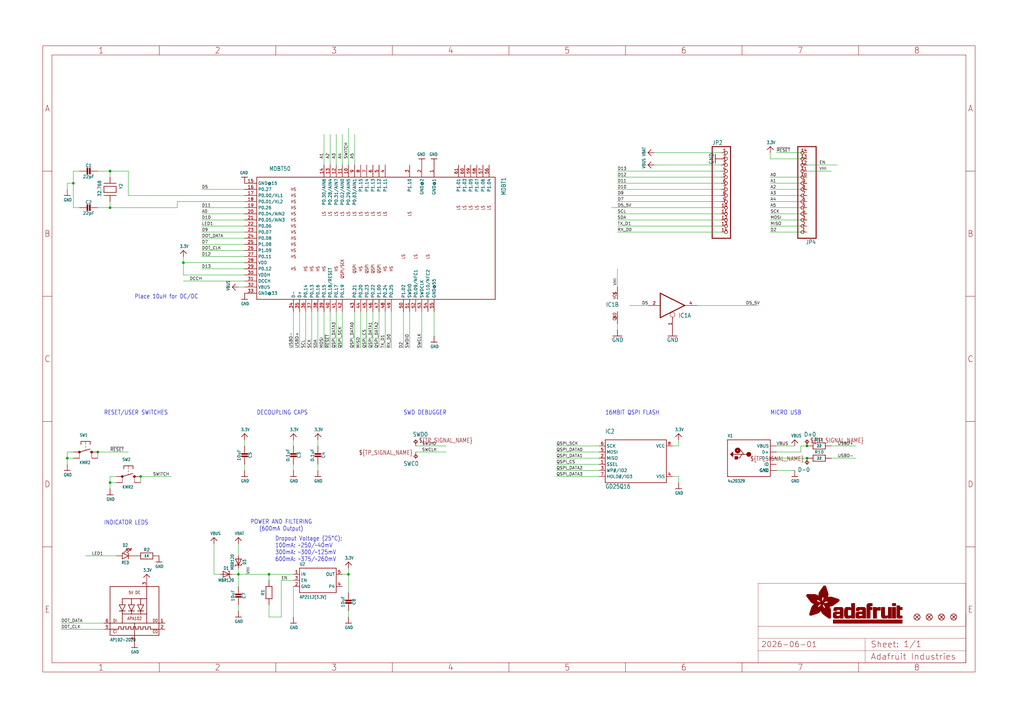
<source format=kicad_sch>
(kicad_sch (version 20230121) (generator eeschema)
  (paper "User" 425.45 298.602)
  (lib_symbols
    (symbol "working-eagle-import:3.3V" (power)
      (property "Value" "3.3V" (at -1.524 1.016 0))
      (symbol "3.3V_1_0"
        (pin power_in line (at 0 -2.54 90) (length 2.54) (name "3.3V") (number "1"))
      )
    )
    (symbol "working-eagle-import:741G125DBV"
      (property "Reference" "IC" (at -0.635 -0.635 0))
      (symbol "741G125DBV_1_0"
        (pin input line (at 0 10.16 270) (length 5.08) (name "OE") (number "1"))
        (pin input line (at -10.16 0 0) (length 5.08) (name "I") (number "2"))
        (pin tri_state line (at 10.16 0 180) (length 5.08) (name "O") (number "4"))
      )
      (symbol "741G125DBV_2_0"
        (text "GND" (at 1.905 -6.35 900) (effects (font (size 1.27 1.0795)) (justify left bottom)))
        (text "VCC" (at 1.905 2.54 900) (effects (font (size 1.27 1.0795)) (justify left bottom)))
        (pin power_in line (at 0 -7.62 90) (length 5.08) (name "GND") (number "3"))
        (pin power_in line (at 0 7.62 270) (length 5.08) (name "VCC") (number "5"))
      )
    )
    (symbol "working-eagle-import:APA1022020"
      (symbol "APA1022020_1_0"
        (text "5V DC" (at 0 7.62 0) (effects (font (size 1.27 1.0795))))
        (text "APA102" (at 0 -3.175 0) (effects (font (size 1.27 1.0795))))
        (text "CI" (at -8.128 -8.636 0) (effects (font (size 1.27 1.0795))))
        (text "CO" (at 8.636 -8.636 0) (effects (font (size 1.27 1.0795))))
        (text "DI" (at -8.128 -4.064 0) (effects (font (size 1.27 1.0795))))
        (text "DO" (at 8.636 -4.064 0) (effects (font (size 1.27 1.0795))))
        (pin output line (at 12.7 -5.08 180) (length 2.54) (name "DO") (number "1"))
        (pin output line (at 12.7 -7.62 180) (length 2.54) (name "CKO") (number "2"))
        (pin power_in line (at 5.08 12.7 270) (length 2.54) (name "VDD") (number "3"))
        (pin power_in line (at 0 -12.7 90) (length 2.54) (name "GND") (number "4"))
        (pin input line (at -12.7 -7.62 0) (length 2.54) (name "CKI") (number "5"))
        (pin input line (at -12.7 -5.08 0) (length 2.54) (name "DI") (number "6"))
      )
    )
    (symbol "working-eagle-import:CAP_CERAMIC0603_NO"
      (property "Reference" "C" (at -2.29 1.25 90))
      (symbol "CAP_CERAMIC0603_NO_1_0"
        (pin passive line (at 0 5.08 270) (length 2.54) (name "1") (number "1"))
        (pin passive line (at 0 -2.54 90) (length 2.54) (name "2") (number "2"))
      )
    )
    (symbol "working-eagle-import:CAP_CERAMIC0805-NOOUTLINE"
      (property "Reference" "C" (at -2.29 1.25 90))
      (symbol "CAP_CERAMIC0805-NOOUTLINE_1_0"
        (pin passive line (at 0 5.08 270) (length 2.54) (name "1") (number "1"))
        (pin passive line (at 0 -2.54 90) (length 2.54) (name "2") (number "2"))
      )
    )
    (symbol "working-eagle-import:CAP_CERAMIC_0603MP"
      (property "Reference" "C" (at -2.29 1.25 90))
      (symbol "CAP_CERAMIC_0603MP_1_0"
        (pin passive line (at 0 5.08 270) (length 2.54) (name "1") (number "1"))
        (pin passive line (at 0 -2.54 90) (length 2.54) (name "2") (number "2"))
      )
    )
    (symbol "working-eagle-import:DIODE-SCHOTTKYSOD-123"
      (property "Reference" "D" (at 0 2.54 0))
      (symbol "DIODE-SCHOTTKYSOD-123_1_0"
        (pin passive line (at -2.54 0 0) (length 2.54) (name "A") (number "A"))
        (pin passive line (at 2.54 0 180) (length 2.54) (name "C") (number "C"))
      )
    )
    (symbol "working-eagle-import:FIDUCIAL_1MM")
    (symbol "working-eagle-import:FRAME_A3_ADAFRUIT"
      (symbol "FRAME_A3_ADAFRUIT_1_0"
        (text "${#}/${##}" (at 357.505 10.16 0) (effects (font (size 2.54 2.54)) (justify left bottom)))
        (text "${CURRENT_DATE}" (at 298.45 10.16 0) (effects (font (size 2.286 2.286)) (justify left bottom)))
        (text "${PROJECTNAME}" (at 298.45 15.24 0) (effects (font (size 2.54 2.54)) (justify left bottom)))
        (text "1" (at 24.2094 1.905 0) (effects (font (size 2.54 2.286))))
        (text "1" (at 24.2094 258.445 0) (effects (font (size 2.54 2.286))))
        (text "2" (at 72.6281 1.905 0) (effects (font (size 2.54 2.286))))
        (text "2" (at 72.6281 258.445 0) (effects (font (size 2.54 2.286))))
        (text "3" (at 121.0469 1.905 0) (effects (font (size 2.54 2.286))))
        (text "3" (at 121.0469 258.445 0) (effects (font (size 2.54 2.286))))
        (text "4" (at 169.4656 1.905 0) (effects (font (size 2.54 2.286))))
        (text "4" (at 169.4656 258.445 0) (effects (font (size 2.54 2.286))))
        (text "5" (at 217.8844 1.905 0) (effects (font (size 2.54 2.286))))
        (text "5" (at 217.8844 258.445 0) (effects (font (size 2.54 2.286))))
        (text "6" (at 266.3031 1.905 0) (effects (font (size 2.54 2.286))))
        (text "6" (at 266.3031 258.445 0) (effects (font (size 2.54 2.286))))
        (text "7" (at 314.7219 1.905 0) (effects (font (size 2.54 2.286))))
        (text "7" (at 314.7219 258.445 0) (effects (font (size 2.54 2.286))))
        (text "8" (at 363.1406 1.905 0) (effects (font (size 2.54 2.286))))
        (text "8" (at 363.1406 258.445 0) (effects (font (size 2.54 2.286))))
        (text "A" (at 1.905 234.315 0) (effects (font (size 2.54 2.286))))
        (text "A" (at 385.445 234.315 0) (effects (font (size 2.54 2.286))))
        (text "Adafruit Industries" (at 343.916 4.953 0) (effects (font (size 2.54 2.54)) (justify left bottom)))
        (text "B" (at 1.905 182.245 0) (effects (font (size 2.54 2.286))))
        (text "B" (at 385.445 182.245 0) (effects (font (size 2.54 2.286))))
        (text "C" (at 1.905 130.175 0) (effects (font (size 2.54 2.286))))
        (text "C" (at 385.445 130.175 0) (effects (font (size 2.54 2.286))))
        (text "D" (at 1.905 78.105 0) (effects (font (size 2.54 2.286))))
        (text "D" (at 385.445 78.105 0) (effects (font (size 2.54 2.286))))
        (text "E" (at 1.905 26.035 0) (effects (font (size 2.54 2.286))))
        (text "E" (at 385.445 26.035 0) (effects (font (size 2.54 2.286))))
        (text "Sheet:" (at 343.916 10.033 0) (effects (font (size 2.54 2.54)) (justify left bottom)))
      )
    )
    (symbol "working-eagle-import:GND" (power)
      (property "Value" "GND" (at -1.524 -2.54 0))
      (symbol "GND_1_0"
        (pin power_in line (at 0 2.54 270) (length 2.54) (name "GND") (number "1"))
      )
    )
    (symbol "working-eagle-import:HEADER-1X14"
      (property "Reference" "JP" (at -6.35 20.955 0))
      (symbol "HEADER-1X14_1_0"
        (pin passive inverted (at -2.54 17.78 0) (length 2.54) (name "1") (number "1"))
        (pin passive inverted (at -2.54 -5.08 0) (length 2.54) (name "10") (number "10"))
        (pin passive inverted (at -2.54 -7.62 0) (length 2.54) (name "11") (number "11"))
        (pin passive inverted (at -2.54 -10.16 0) (length 2.54) (name "12") (number "12"))
        (pin passive inverted (at -2.54 -12.7 0) (length 2.54) (name "13") (number "13"))
        (pin passive inverted (at -2.54 -15.24 0) (length 2.54) (name "14") (number "14"))
        (pin passive inverted (at -2.54 15.24 0) (length 2.54) (name "2") (number "2"))
        (pin passive inverted (at -2.54 12.7 0) (length 2.54) (name "3") (number "3"))
        (pin passive inverted (at -2.54 10.16 0) (length 2.54) (name "4") (number "4"))
        (pin passive inverted (at -2.54 7.62 0) (length 2.54) (name "5") (number "5"))
        (pin passive inverted (at -2.54 5.08 0) (length 2.54) (name "6") (number "6"))
        (pin passive inverted (at -2.54 2.54 0) (length 2.54) (name "7") (number "7"))
        (pin passive inverted (at -2.54 0 0) (length 2.54) (name "8") (number "8"))
        (pin passive inverted (at -2.54 -2.54 0) (length 2.54) (name "9") (number "9"))
      )
    )
    (symbol "working-eagle-import:LED0805_NOOUTLINE"
      (property "Reference" "D" (at -1.27 4.445 0))
      (symbol "LED0805_NOOUTLINE_1_0"
        (pin passive line (at -5.08 0 0) (length 2.54) (name "A") (number "A"))
        (pin passive line (at 2.54 0 180) (length 2.54) (name "C") (number "C"))
      )
    )
    (symbol "working-eagle-import:MDBT50"
      (property "Reference" "MDBT50" (at -25.4 50.8 0))
      (symbol "MDBT50_1_0"
        (text "HS" (at -20.32 -35.56 900) (effects (font (size 1.27 1.0795))))
        (text "HS" (at -17.78 -35.56 900) (effects (font (size 1.27 1.0795))))
        (text "HS" (at -15.24 -35.56 900) (effects (font (size 1.27 1.0795))))
        (text "HS" (at -12.7 -35.56 900) (effects (font (size 1.27 1.0795))))
        (text "HS" (at -10.16 -35.56 900) (effects (font (size 1.27 1.0795))))
        (text "HS" (at -7.62 -35.56 900) (effects (font (size 1.27 1.0795))))
        (text "HS" (at -5.08 -35.56 900) (effects (font (size 1.27 1.0795))))
        (text "HS" (at -2.54 -35.56 900) (effects (font (size 1.27 1.0795))))
        (text "HS" (at 0 -35.56 900) (effects (font (size 1.27 1.0795))))
        (text "HS" (at 2.54 -35.56 900) (effects (font (size 1.27 1.0795))))
        (text "HS" (at 5.08 -35.56 900) (effects (font (size 1.27 1.0795))))
        (text "HS" (at 7.62 -35.56 900) (effects (font (size 1.27 1.0795))))
        (text "HS" (at 12.7 -35.56 900) (effects (font (size 1.27 1.0795))))
        (text "HS" (at 12.7 -30.48 0) (effects (font (size 1.27 1.0795))))
        (text "HS" (at 12.7 -27.94 0) (effects (font (size 1.27 1.0795))))
        (text "HS" (at 12.7 -25.4 0) (effects (font (size 1.27 1.0795))))
        (text "HS" (at 12.7 -22.86 0) (effects (font (size 1.27 1.0795))))
        (text "HS" (at 12.7 -17.78 0) (effects (font (size 1.27 1.0795))))
        (text "HS" (at 12.7 -7.62 0) (effects (font (size 1.27 1.0795))))
        (text "HS" (at 12.7 2.54 0) (effects (font (size 1.27 1.0795))))
        (text "HS" (at 12.7 5.08 0) (effects (font (size 1.27 1.0795))))
        (text "LS" (at -12.7 33.02 0) (effects (font (size 1.27 1.0795))))
        (text "LS" (at -12.7 35.56 0) (effects (font (size 1.27 1.0795))))
        (text "LS" (at -12.7 38.1 0) (effects (font (size 1.27 1.0795))))
        (text "LS" (at -12.7 40.64 0) (effects (font (size 1.27 1.0795))))
        (text "LS" (at -12.7 43.18 0) (effects (font (size 1.27 1.0795))))
        (text "LS" (at -12.7 45.72 0) (effects (font (size 1.27 1.0795))))
        (text "LS" (at -10.16 -22.86 0) (effects (font (size 1.27 1.0795))))
        (text "LS" (at -10.16 -20.32 0) (effects (font (size 1.27 1.0795))))
        (text "LS" (at -10.16 -17.78 0) (effects (font (size 1.27 1.0795))))
        (text "LS" (at -10.16 -15.24 0) (effects (font (size 1.27 1.0795))))
        (text "LS" (at -10.16 -12.7 0) (effects (font (size 1.27 1.0795))))
        (text "LS" (at -10.16 -10.16 0) (effects (font (size 1.27 1.0795))))
        (text "LS" (at -10.16 -7.62 0) (effects (font (size 1.27 1.0795))))
        (text "LS" (at -10.16 -5.08 0) (effects (font (size 1.27 1.0795))))
        (text "LS" (at -10.16 -2.54 0) (effects (font (size 1.27 1.0795))))
        (text "LS" (at -10.16 0 0) (effects (font (size 1.27 1.0795))))
        (text "LS" (at -10.16 2.54 0) (effects (font (size 1.27 1.0795))))
        (text "LS" (at -10.16 12.7 0) (effects (font (size 1.27 1.0795))))
        (text "LS" (at 7.62 10.16 0) (effects (font (size 1.27 1.0795))))
        (text "LS" (at 7.62 15.24 0) (effects (font (size 1.27 1.0795))))
        (text "LS" (at 7.62 20.32 0) (effects (font (size 1.27 1.0795))))
        (text "QSPI" (at 12.7 -10.16 0) (effects (font (size 1.27 1.0795))))
        (text "QSPI" (at 12.7 -5.08 0) (effects (font (size 1.27 1.0795))))
        (text "QSPI" (at 12.7 -2.54 0) (effects (font (size 1.27 1.0795))))
        (text "QSPI" (at 12.7 0 0) (effects (font (size 1.27 1.0795))))
        (text "QSPI/SCK" (at 12.7 -15.24 0) (effects (font (size 1.27 1.0795))))
        (pin bidirectional line (at -30.48 22.86 0) (length 5.08) (name "GND@1") (number "1"))
        (pin bidirectional line (at -30.48 -12.7 0) (length 5.08) (name "P0.29/AIN5") (number "10"))
        (pin bidirectional line (at -30.48 -15.24 0) (length 5.08) (name "P0.02/AIN0") (number "11"))
        (pin bidirectional line (at -30.48 -17.78 0) (length 5.08) (name "P0.31/AIN7") (number "12"))
        (pin bidirectional line (at -30.48 -20.32 0) (length 5.08) (name "P0.28/AIN4") (number "13"))
        (pin bidirectional line (at -30.48 -22.86 0) (length 5.08) (name "P0.30/AIN6") (number "14"))
        (pin bidirectional line (at -22.86 -55.88 90) (length 5.08) (name "GND@15") (number "15"))
        (pin bidirectional line (at -20.32 -55.88 90) (length 5.08) (name "P0.27") (number "16"))
        (pin bidirectional line (at -17.78 -55.88 90) (length 5.08) (name "P0.00/XL1") (number "17"))
        (pin bidirectional line (at -15.24 -55.88 90) (length 5.08) (name "P0.01/XL2") (number "18"))
        (pin bidirectional line (at -12.7 -55.88 90) (length 5.08) (name "P0.26") (number "19"))
        (pin bidirectional line (at -30.48 17.78 0) (length 5.08) (name "GND@2") (number "2"))
        (pin bidirectional line (at -10.16 -55.88 90) (length 5.08) (name "P0.04/AIN2") (number "20"))
        (pin bidirectional line (at -7.62 -55.88 90) (length 5.08) (name "P0.05/AIN3") (number "21"))
        (pin bidirectional line (at -5.08 -55.88 90) (length 5.08) (name "P0.06") (number "22"))
        (pin bidirectional line (at -2.54 -55.88 90) (length 5.08) (name "P0.07") (number "23"))
        (pin bidirectional line (at 0 -55.88 90) (length 5.08) (name "P0.08") (number "24"))
        (pin bidirectional line (at 2.54 -55.88 90) (length 5.08) (name "P1.08") (number "25"))
        (pin bidirectional line (at 5.08 -55.88 90) (length 5.08) (name "P1.09") (number "26"))
        (pin bidirectional line (at 7.62 -55.88 90) (length 5.08) (name "P0.11") (number "27"))
        (pin bidirectional line (at 10.16 -55.88 90) (length 5.08) (name "VDD") (number "28"))
        (pin bidirectional line (at 12.7 -55.88 90) (length 5.08) (name "P0.12") (number "29"))
        (pin bidirectional line (at -30.48 12.7 0) (length 5.08) (name "P1.10") (number "3"))
        (pin bidirectional line (at 15.24 -55.88 90) (length 5.08) (name "VDDH") (number "30"))
        (pin bidirectional line (at 17.78 -55.88 90) (length 5.08) (name "DCCH") (number "31"))
        (pin bidirectional line (at 20.32 -55.88 90) (length 5.08) (name "VBUS") (number "32"))
        (pin bidirectional line (at 22.86 -55.88 90) (length 5.08) (name "GND@33") (number "33"))
        (pin bidirectional line (at 30.48 -35.56 180) (length 5.08) (name "D-") (number "34"))
        (pin bidirectional line (at 30.48 -33.02 180) (length 5.08) (name "D+") (number "35"))
        (pin bidirectional line (at 30.48 -30.48 180) (length 5.08) (name "P0.14") (number "36"))
        (pin bidirectional line (at 30.48 -27.94 180) (length 5.08) (name "P0.13") (number "37"))
        (pin bidirectional line (at 30.48 -25.4 180) (length 5.08) (name "P0.16") (number "38"))
        (pin bidirectional line (at 30.48 -22.86 180) (length 5.08) (name "P0.15") (number "39"))
        (pin bidirectional line (at -30.48 2.54 0) (length 5.08) (name "P1.11") (number "4"))
        (pin bidirectional line (at 30.48 -20.32 180) (length 5.08) (name "P0.18/RESET") (number "40"))
        (pin bidirectional line (at 30.48 -17.78 180) (length 5.08) (name "P0.17") (number "41"))
        (pin bidirectional line (at 30.48 -15.24 180) (length 5.08) (name "P0.19") (number "42"))
        (pin bidirectional line (at 30.48 -10.16 180) (length 5.08) (name "P0.21") (number "43"))
        (pin bidirectional line (at 30.48 -7.62 180) (length 5.08) (name "P0.20") (number "44"))
        (pin bidirectional line (at 30.48 -5.08 180) (length 5.08) (name "P0.23") (number "45"))
        (pin bidirectional line (at 30.48 -2.54 180) (length 5.08) (name "P0.22") (number "46"))
        (pin bidirectional line (at 30.48 0 180) (length 5.08) (name "P1.00") (number "47"))
        (pin bidirectional line (at 30.48 2.54 180) (length 5.08) (name "P0.24") (number "48"))
        (pin bidirectional line (at 30.48 5.08 180) (length 5.08) (name "P0.25") (number "49"))
        (pin bidirectional line (at -30.48 0 0) (length 5.08) (name "P1.12") (number "5"))
        (pin bidirectional line (at 30.48 10.16 180) (length 5.08) (name "P1.02") (number "50"))
        (pin bidirectional line (at 30.48 12.7 180) (length 5.08) (name "SWDIO") (number "51"))
        (pin bidirectional line (at 30.48 15.24 180) (length 5.08) (name "P0.09/NFC1") (number "52"))
        (pin bidirectional line (at 30.48 17.78 180) (length 5.08) (name "SWDCLK") (number "53"))
        (pin bidirectional line (at 30.48 20.32 180) (length 5.08) (name "P0.10/NFC2") (number "54"))
        (pin bidirectional line (at 30.48 22.86 180) (length 5.08) (name "GND@55") (number "55"))
        (pin bidirectional line (at -30.48 45.72 0) (length 5.08) (name "P1.04") (number "56"))
        (pin bidirectional line (at -30.48 43.18 0) (length 5.08) (name "P1.06") (number "57"))
        (pin bidirectional line (at -30.48 40.64 0) (length 5.08) (name "P1.07") (number "58"))
        (pin bidirectional line (at -30.48 38.1 0) (length 5.08) (name "P1.05") (number "59"))
        (pin bidirectional line (at -30.48 -2.54 0) (length 5.08) (name "P1.13") (number "6"))
        (pin bidirectional line (at -30.48 35.56 0) (length 5.08) (name "P1.03") (number "60"))
        (pin bidirectional line (at -30.48 33.02 0) (length 5.08) (name "P1.01") (number "61"))
        (pin bidirectional line (at -30.48 -5.08 0) (length 5.08) (name "P1.14") (number "7"))
        (pin bidirectional line (at -30.48 -7.62 0) (length 5.08) (name "P1.15") (number "8"))
        (pin bidirectional line (at -30.48 -10.16 0) (length 5.08) (name "P0.03/AIN1") (number "9"))
      )
    )
    (symbol "working-eagle-import:RESISTOR_0603_NOOUT"
      (property "Reference" "R" (at 0 2.54 0))
      (symbol "RESISTOR_0603_NOOUT_1_0"
        (pin passive line (at -5.08 0 0) (length 2.54) (name "1") (number "1"))
        (pin passive line (at 5.08 0 180) (length 2.54) (name "2") (number "2"))
      )
    )
    (symbol "working-eagle-import:SPIFLASH_8PINUX"
      (property "Reference" "U" (at -12.7 12.7 0))
      (symbol "SPIFLASH_8PINUX_1_0"
        (pin bidirectional line (at -15.24 0 0) (length 2.54) (name "SSEL") (number "1"))
        (pin bidirectional line (at -15.24 2.54 0) (length 2.54) (name "MISO") (number "2"))
        (pin bidirectional line (at -15.24 -2.54 0) (length 2.54) (name "WP#/IO2") (number "3"))
        (pin bidirectional line (at 15.24 -5.08 180) (length 2.54) (name "VSS") (number "4"))
        (pin bidirectional line (at -15.24 5.08 0) (length 2.54) (name "MOSI") (number "5"))
        (pin bidirectional line (at -15.24 7.62 0) (length 2.54) (name "SCK") (number "6"))
        (pin bidirectional line (at -15.24 -5.08 0) (length 2.54) (name "HOLD#/IO3") (number "7"))
        (pin bidirectional line (at 15.24 7.62 180) (length 2.54) (name "VCC") (number "8"))
      )
    )
    (symbol "working-eagle-import:SWITCH_TACT_SMT4.6X2.8"
      (property "Reference" "SW" (at -2.54 6.35 0))
      (symbol "SWITCH_TACT_SMT4.6X2.8_1_0"
        (pin passive line (at -5.08 0 0) (length 2.54) (name "P") (number "A"))
        (pin passive line (at -5.08 -2.54 0) (length 2.54) (name "P1") (number "A'"))
        (pin passive line (at 5.08 0 180) (length 2.54) (name "S") (number "B"))
        (pin passive line (at 5.08 -2.54 180) (length 2.54) (name "S1") (number "B'"))
      )
    )
    (symbol "working-eagle-import:TPTP10R"
      (property "Reference" "TP" (at -1.27 1.27 0))
      (symbol "TPTP10R_1_0"
        (text "${TP_SIGNAL_NAME}" (at 1.27 -1.27 0) (effects (font (size 1.778 1.5113)) (justify left bottom)))
        (pin input line (at 0 -2.54 90) (length 2.54) (name "TP") (number "TP"))
      )
    )
    (symbol "working-eagle-import:TPTP13R"
      (property "Reference" "TP" (at -1.27 1.27 0))
      (symbol "TPTP13R_1_0"
        (text "${TP_SIGNAL_NAME}" (at 1.27 -1.27 0) (effects (font (size 1.778 1.5113)) (justify left bottom)))
        (pin input line (at 0 -2.54 90) (length 2.54) (name "TP") (number "TP"))
      )
    )
    (symbol "working-eagle-import:USB_MICRO_20329_V2"
      (property "Reference" "X" (at -10.16 8.636 0))
      (symbol "USB_MICRO_20329_V2_1_0"
        (pin power_in line (at 10.16 -5.08 180) (length 2.54) (name "GND") (number "BASE@1"))
        (pin power_in line (at 10.16 -5.08 180) (length 2.54) (name "GND") (number "BASE@2"))
        (pin bidirectional line (at 10.16 2.54 180) (length 2.54) (name "D+") (number "D+"))
        (pin bidirectional line (at 10.16 0 180) (length 2.54) (name "D-") (number "D-"))
        (pin power_in line (at 10.16 -5.08 180) (length 2.54) (name "GND") (number "GND"))
        (pin bidirectional line (at 10.16 -2.54 180) (length 2.54) (name "ID") (number "ID"))
        (pin power_in line (at 10.16 -5.08 180) (length 2.54) (name "GND") (number "SPRT@1"))
        (pin power_in line (at 10.16 -5.08 180) (length 2.54) (name "GND") (number "SPRT@2"))
        (pin power_in line (at 10.16 -5.08 180) (length 2.54) (name "GND") (number "SPRT@3"))
        (pin power_in line (at 10.16 -5.08 180) (length 2.54) (name "GND") (number "SPRT@4"))
        (pin power_in line (at 10.16 5.08 180) (length 2.54) (name "VBUS") (number "VBUS"))
      )
    )
    (symbol "working-eagle-import:VBAT" (power)
      (property "Value" "VBAT" (at -1.524 1.016 0))
      (symbol "VBAT_1_0"
        (pin power_in line (at 0 -2.54 90) (length 2.54) (name "VBAT") (number "1"))
      )
    )
    (symbol "working-eagle-import:VBUS" (power)
      (property "Value" "VBUS" (at -1.524 1.016 0))
      (symbol "VBUS_1_0"
        (pin power_in line (at 0 -2.54 90) (length 2.54) (name "VBUS") (number "1"))
      )
    )
    (symbol "working-eagle-import:VREG_SOT23-5"
      (property "Reference" "U" (at -7.62 6.096 0))
      (symbol "VREG_SOT23-5_1_0"
        (pin power_in line (at -10.16 2.54 0) (length 2.54) (name "IN") (number "1"))
        (pin power_in line (at -10.16 -2.54 0) (length 2.54) (name "GND") (number "2"))
        (pin input line (at -10.16 0 0) (length 2.54) (name "EN") (number "3"))
        (pin bidirectional line (at 10.16 -2.54 180) (length 2.54) (name "P4") (number "4"))
        (pin power_in line (at 10.16 2.54 180) (length 2.54) (name "OUT") (number "5"))
      )
    )
    (symbol "working-eagle-import:XTAL-3.2X1.5"
      (property "Reference" "X" (at -2.54 3.81 0))
      (symbol "XTAL-3.2X1.5_1_0"
        (pin bidirectional line (at -5.08 0 0) (length 2.54) (name "P$1") (number "P$1"))
        (pin bidirectional line (at 5.08 0 180) (length 2.54) (name "P$2") (number "P$2"))
      )
    )
    (symbol "working-eagle-import:supply1_GND" (power)
      (property "Value" "supply1_GND" (at -2.54 -2.54 0))
      (symbol "supply1_GND_1_0"
        (pin power_in line (at 0 2.54 270) (length 2.54) (name "GND") (number "1"))
      )
    )
  )
  (junction (at 45.72 86.36))
  (junction (at 27.94 190.5))
  (junction (at 335.28 190.5))
  (junction (at 40.64 187.96))
  (junction (at 99.06 238.76))
  (junction (at 58.42 198.12))
  (junction (at 45.72 200.66))
  (junction (at 335.28 185.42))
  (junction (at 111.76 238.76))
  (junction (at 76.2 109.22))
  (junction (at 144.78 238.76))
  (junction (at 45.72 71.12))
  (junction (at 30.48 76.2))
  (wire (pts (xy 83.82 101.6) (xy 101.6 101.6)) (stroke (width 0.1524)))
  (wire (pts (xy 58.42 198.12) (xy 58.42 200.66)) (stroke (width 0.1524)))
  (wire (pts (xy 256.54 83.82) (xy 299.72 83.82)) (stroke (width 0.1524)))
  (wire (pts (xy 299.72 76.2) (xy 256.54 76.2)) (stroke (width 0.1524)))
  (wire (pts (xy 101.6 91.44) (xy 83.82 91.44)) (stroke (width 0.1524)))
  (wire (pts (xy 25.4 261.62) (xy 43.18 261.62)) (stroke (width 0.1524)))
  (wire (pts (xy 335.28 68.58) (xy 347.98 68.58)) (stroke (width 0.1524)))
  (wire (pts (xy 121.92 243.84) (xy 121.92 256.54)) (stroke (width 0.1524)))
  (wire (pts (xy 101.6 119.38) (xy 99.06 119.38)) (stroke (width 0.1524)))
  (wire (pts (xy 53.34 71.12) (xy 45.72 71.12)) (stroke (width 0.1524)))
  (wire (pts (xy 134.62 68.58) (xy 134.62 55.88)) (stroke (width 0.1524)))
  (wire (pts (xy 320.04 66.04) (xy 335.28 66.04)) (stroke (width 0.1524)))
  (wire (pts (xy 335.28 71.12) (xy 345.44 71.12)) (stroke (width 0.1524)))
  (wire (pts (xy 335.28 88.9) (xy 320.04 88.9)) (stroke (width 0.1524)))
  (wire (pts (xy 101.6 114.3) (xy 76.2 114.3)) (stroke (width 0.1524)))
  (wire (pts (xy 99.06 243.84) (xy 99.06 238.76)) (stroke (width 0.1524)))
  (wire (pts (xy 101.6 193.04) (xy 101.6 195.58)) (stroke (width 0.1524)))
  (wire (pts (xy 167.64 129.54) (xy 167.64 144.78)) (stroke (width 0.1524)))
  (wire (pts (xy 40.64 187.96) (xy 53.34 187.96)) (stroke (width 0.1524)))
  (wire (pts (xy 121.92 238.76) (xy 111.76 238.76)) (stroke (width 0.1524)))
  (wire (pts (xy 170.18 129.54) (xy 170.18 144.78)) (stroke (width 0.1524)))
  (wire (pts (xy 121.92 144.78) (xy 121.92 129.54)) (stroke (width 0.1524)))
  (wire (pts (xy 299.72 93.98) (xy 256.54 93.98)) (stroke (width 0.1524)))
  (wire (pts (xy 154.94 129.54) (xy 154.94 144.78)) (stroke (width 0.1524)))
  (wire (pts (xy 332.74 185.42) (xy 335.28 185.42)) (stroke (width 0.1524)))
  (wire (pts (xy 322.58 187.96) (xy 332.74 187.96)) (stroke (width 0.1524)))
  (wire (pts (xy 27.94 190.5) (xy 27.94 193.04)) (stroke (width 0.1524)))
  (wire (pts (xy 53.34 81.28) (xy 53.34 71.12)) (stroke (width 0.1524)))
  (wire (pts (xy 33.02 71.12) (xy 30.48 71.12)) (stroke (width 0.1524)))
  (wire (pts (xy 132.08 129.54) (xy 132.08 144.78)) (stroke (width 0.1524)))
  (wire (pts (xy 142.24 238.76) (xy 144.78 238.76)) (stroke (width 0.1524)))
  (wire (pts (xy 134.62 129.54) (xy 134.62 144.78)) (stroke (width 0.1524)))
  (wire (pts (xy 332.74 187.96) (xy 332.74 185.42)) (stroke (width 0.1524)))
  (wire (pts (xy 121.92 185.42) (xy 121.92 182.88)) (stroke (width 0.1524)))
  (wire (pts (xy 281.94 198.12) (xy 281.94 200.66)) (stroke (width 0.1524)))
  (wire (pts (xy 58.42 198.12) (xy 71.12 198.12)) (stroke (width 0.1524)))
  (wire (pts (xy 231.14 198.12) (xy 248.92 198.12)) (stroke (width 0.1524)))
  (wire (pts (xy 111.76 241.3) (xy 111.76 238.76)) (stroke (width 0.1524)))
  (wire (pts (xy 256.54 78.74) (xy 299.72 78.74)) (stroke (width 0.1524)))
  (wire (pts (xy 355.6 190.5) (xy 345.44 190.5)) (stroke (width 0.1524)))
  (wire (pts (xy 48.26 200.66) (xy 45.72 200.66)) (stroke (width 0.1524)))
  (wire (pts (xy 45.72 200.66) (xy 45.72 203.2)) (stroke (width 0.1524)))
  (wire (pts (xy 27.94 187.96) (xy 27.94 190.5)) (stroke (width 0.1524)))
  (wire (pts (xy 116.84 256.54) (xy 111.76 256.54)) (stroke (width 0.1524)))
  (wire (pts (xy 30.48 71.12) (xy 30.48 76.2)) (stroke (width 0.1524)))
  (wire (pts (xy 101.6 88.9) (xy 83.82 88.9)) (stroke (width 0.1524)))
  (wire (pts (xy 172.72 187.96) (xy 185.42 187.96)) (stroke (width 0.1524)))
  (wire (pts (xy 76.2 109.22) (xy 76.2 106.68)) (stroke (width 0.1524)))
  (wire (pts (xy 335.28 78.74) (xy 320.04 78.74)) (stroke (width 0.1524)))
  (wire (pts (xy 180.34 139.7) (xy 180.34 129.54)) (stroke (width 0.1524)))
  (wire (pts (xy 157.48 129.54) (xy 157.48 144.78)) (stroke (width 0.1524)))
  (wire (pts (xy 231.14 195.58) (xy 248.92 195.58)) (stroke (width 0.1524)))
  (wire (pts (xy 101.6 185.42) (xy 101.6 182.88)) (stroke (width 0.1524)))
  (wire (pts (xy 30.48 190.5) (xy 27.94 190.5)) (stroke (width 0.1524)))
  (wire (pts (xy 320.04 93.98) (xy 335.28 93.98)) (stroke (width 0.1524)))
  (wire (pts (xy 152.4 129.54) (xy 152.4 144.78)) (stroke (width 0.1524)))
  (wire (pts (xy 271.78 63.5) (xy 299.72 63.5)) (stroke (width 0.1524)))
  (wire (pts (xy 320.04 76.2) (xy 335.28 76.2)) (stroke (width 0.1524)))
  (wire (pts (xy 147.32 144.78) (xy 147.32 129.54)) (stroke (width 0.1524)))
  (wire (pts (xy 101.6 93.98) (xy 83.82 93.98)) (stroke (width 0.1524)))
  (wire (pts (xy 101.6 83.82) (xy 73.66 83.82)) (stroke (width 0.1524)))
  (wire (pts (xy 139.7 68.58) (xy 139.7 55.88)) (stroke (width 0.1524)))
  (wire (pts (xy 147.32 68.58) (xy 147.32 55.88)) (stroke (width 0.1524)))
  (wire (pts (xy 279.4 198.12) (xy 281.94 198.12)) (stroke (width 0.1524)))
  (wire (pts (xy 76.2 114.3) (xy 76.2 109.22)) (stroke (width 0.1524)))
  (wire (pts (xy 299.72 88.9) (xy 256.54 88.9)) (stroke (width 0.1524)))
  (wire (pts (xy 40.64 86.36) (xy 45.72 86.36)) (stroke (width 0.1524)))
  (wire (pts (xy 101.6 78.74) (xy 83.82 78.74)) (stroke (width 0.1524)))
  (wire (pts (xy 175.26 129.54) (xy 175.26 144.78)) (stroke (width 0.1524)))
  (wire (pts (xy 335.28 73.66) (xy 320.04 73.66)) (stroke (width 0.1524)))
  (wire (pts (xy 248.92 187.96) (xy 231.14 187.96)) (stroke (width 0.1524)))
  (wire (pts (xy 320.04 63.5) (xy 320.04 66.04)) (stroke (width 0.1524)))
  (wire (pts (xy 322.58 195.58) (xy 330.2 195.58)) (stroke (width 0.1524)))
  (wire (pts (xy 289.56 127) (xy 314.96 127)) (stroke (width 0.1524)))
  (wire (pts (xy 121.92 241.3) (xy 116.84 241.3)) (stroke (width 0.1524)))
  (wire (pts (xy 101.6 116.84) (xy 76.2 116.84)) (stroke (width 0.1524)))
  (wire (pts (xy 101.6 104.14) (xy 83.82 104.14)) (stroke (width 0.1524)))
  (wire (pts (xy 48.26 198.12) (xy 45.72 198.12)) (stroke (width 0.1524)))
  (wire (pts (xy 335.28 63.5) (xy 322.58 63.5)) (stroke (width 0.1524)))
  (wire (pts (xy 142.24 144.78) (xy 142.24 129.54)) (stroke (width 0.1524)))
  (wire (pts (xy 101.6 86.36) (xy 83.82 86.36)) (stroke (width 0.1524)))
  (wire (pts (xy 101.6 96.52) (xy 83.82 96.52)) (stroke (width 0.1524)))
  (wire (pts (xy 88.9 238.76) (xy 88.9 226.06)) (stroke (width 0.1524)))
  (wire (pts (xy 279.4 185.42) (xy 281.94 185.42)) (stroke (width 0.1524)))
  (wire (pts (xy 322.58 190.5) (xy 335.28 190.5)) (stroke (width 0.1524)))
  (wire (pts (xy 256.54 111.76) (xy 256.54 119.38)) (stroke (width 0.1524)))
  (wire (pts (xy 144.78 254) (xy 144.78 256.54)) (stroke (width 0.1524)))
  (wire (pts (xy 132.08 193.04) (xy 132.08 195.58)) (stroke (width 0.1524)))
  (wire (pts (xy 30.48 187.96) (xy 27.94 187.96)) (stroke (width 0.1524)))
  (wire (pts (xy 160.02 129.54) (xy 160.02 144.78)) (stroke (width 0.1524)))
  (wire (pts (xy 99.06 226.06) (xy 99.06 231.14)) (stroke (width 0.1524)))
  (wire (pts (xy 281.94 185.42) (xy 281.94 182.88)) (stroke (width 0.1524)))
  (wire (pts (xy 335.28 83.82) (xy 320.04 83.82)) (stroke (width 0.1524)))
  (wire (pts (xy 137.16 129.54) (xy 137.16 144.78)) (stroke (width 0.1524)))
  (wire (pts (xy 139.7 144.78) (xy 139.7 129.54)) (stroke (width 0.1524)))
  (wire (pts (xy 320.04 86.36) (xy 335.28 86.36)) (stroke (width 0.1524)))
  (wire (pts (xy 320.04 81.28) (xy 335.28 81.28)) (stroke (width 0.1524)))
  (wire (pts (xy 132.08 185.42) (xy 132.08 182.88)) (stroke (width 0.1524)))
  (wire (pts (xy 99.06 238.76) (xy 111.76 238.76)) (stroke (width 0.1524)))
  (wire (pts (xy 149.86 144.78) (xy 149.86 129.54)) (stroke (width 0.1524)))
  (wire (pts (xy 256.54 73.66) (xy 299.72 73.66)) (stroke (width 0.1524)))
  (wire (pts (xy 256.54 134.62) (xy 256.54 137.16)) (stroke (width 0.1524)))
  (wire (pts (xy 124.46 129.54) (xy 124.46 144.78)) (stroke (width 0.1524)))
  (wire (pts (xy 45.72 86.36) (xy 45.72 83.82)) (stroke (width 0.1524)))
  (wire (pts (xy 27.94 78.74) (xy 27.94 76.2)) (stroke (width 0.1524)))
  (wire (pts (xy 73.66 86.36) (xy 45.72 86.36)) (stroke (width 0.1524)))
  (wire (pts (xy 27.94 76.2) (xy 30.48 76.2)) (stroke (width 0.1524)))
  (wire (pts (xy 101.6 109.22) (xy 76.2 109.22)) (stroke (width 0.1524)))
  (wire (pts (xy 30.48 86.36) (xy 33.02 86.36)) (stroke (width 0.1524)))
  (wire (pts (xy 330.2 185.42) (xy 322.58 185.42)) (stroke (width 0.1524)))
  (wire (pts (xy 231.14 193.04) (xy 248.92 193.04)) (stroke (width 0.1524)))
  (wire (pts (xy 137.16 68.58) (xy 137.16 55.88)) (stroke (width 0.1524)))
  (wire (pts (xy 144.78 246.38) (xy 144.78 238.76)) (stroke (width 0.1524)))
  (wire (pts (xy 101.6 99.06) (xy 83.82 99.06)) (stroke (width 0.1524)))
  (wire (pts (xy 91.44 238.76) (xy 88.9 238.76)) (stroke (width 0.1524)))
  (wire (pts (xy 30.48 76.2) (xy 30.48 86.36)) (stroke (width 0.1524)))
  (wire (pts (xy 269.24 127) (xy 261.62 127)) (stroke (width 0.1524)))
  (wire (pts (xy 73.66 83.82) (xy 73.66 86.36)) (stroke (width 0.1524)))
  (wire (pts (xy 248.92 185.42) (xy 231.14 185.42)) (stroke (width 0.1524)))
  (wire (pts (xy 111.76 256.54) (xy 111.76 251.46)) (stroke (width 0.1524)))
  (wire (pts (xy 45.72 198.12) (xy 45.72 200.66)) (stroke (width 0.1524)))
  (wire (pts (xy 101.6 111.76) (xy 83.82 111.76)) (stroke (width 0.1524)))
  (wire (pts (xy 101.6 81.28) (xy 53.34 81.28)) (stroke (width 0.1524)))
  (wire (pts (xy 40.64 71.12) (xy 45.72 71.12)) (stroke (width 0.1524)))
  (wire (pts (xy 144.78 238.76) (xy 144.78 236.22)) (stroke (width 0.1524)))
  (wire (pts (xy 144.78 68.58) (xy 144.78 53.34)) (stroke (width 0.1524)))
  (wire (pts (xy 121.92 193.04) (xy 121.92 195.58)) (stroke (width 0.1524)))
  (wire (pts (xy 355.6 185.42) (xy 345.44 185.42)) (stroke (width 0.1524)))
  (wire (pts (xy 99.06 236.22) (xy 99.06 238.76)) (stroke (width 0.1524)))
  (wire (pts (xy 45.72 71.12) (xy 45.72 73.66)) (stroke (width 0.1524)))
  (wire (pts (xy 43.18 259.08) (xy 25.4 259.08)) (stroke (width 0.1524)))
  (wire (pts (xy 256.54 96.52) (xy 299.72 96.52)) (stroke (width 0.1524)))
  (wire (pts (xy 129.54 129.54) (xy 129.54 144.78)) (stroke (width 0.1524)))
  (wire (pts (xy 335.28 96.52) (xy 320.04 96.52)) (stroke (width 0.1524)))
  (wire (pts (xy 256.54 91.44) (xy 299.72 91.44)) (stroke (width 0.1524)))
  (wire (pts (xy 83.82 106.68) (xy 101.6 106.68)) (stroke (width 0.1524)))
  (wire (pts (xy 127 129.54) (xy 127 144.78)) (stroke (width 0.1524)))
  (wire (pts (xy 96.52 238.76) (xy 99.06 238.76)) (stroke (width 0.1524)))
  (wire (pts (xy 299.72 68.58) (xy 271.78 68.58)) (stroke (width 0.1524)))
  (wire (pts (xy 299.72 81.28) (xy 256.54 81.28)) (stroke (width 0.1524)))
  (wire (pts (xy 299.72 71.12) (xy 256.54 71.12)) (stroke (width 0.1524)))
  (wire (pts (xy 335.28 91.44) (xy 320.04 91.44)) (stroke (width 0.1524)))
  (wire (pts (xy 48.26 231.14) (xy 35.56 231.14)) (stroke (width 0.1524)))
  (wire (pts (xy 162.56 129.54) (xy 162.56 144.78)) (stroke (width 0.1524)))
  (wire (pts (xy 142.24 68.58) (xy 142.24 55.88)) (stroke (width 0.1524)))
  (wire (pts (xy 299.72 86.36) (xy 254 86.36)) (stroke (width 0.1524)))
  (wire (pts (xy 231.14 190.5) (xy 248.92 190.5)) (stroke (width 0.1524)))
  (wire (pts (xy 185.42 185.42) (xy 172.72 185.42)) (stroke (width 0.1524)))
  (wire (pts (xy 116.84 241.3) (xy 116.84 256.54)) (stroke (width 0.1524)))
  (wire (pts (xy 40.64 187.96) (xy 40.64 190.5)) (stroke (width 0.1524)))
  (wire (pts (xy 99.06 251.46) (xy 99.06 254)) (stroke (width 0.1524)))
  (text "SWD DEBUGGER" (at 167.64 172.72 0) (effects (font (size 1.778 1.5113)) (justify left bottom)))
  (text "16MBIT QSPI FLASH" (at 251.46 172.72 0) (effects (font (size 1.778 1.5113)) (justify left bottom)))
  (text "MICRO USB" (at 320.04 172.72 0) (effects (font (size 1.778 1.5113)) (justify left bottom)))
  (text "Place 10uH for DC/DC" (at 55.88 124.46 0) (effects (font (size 1.778 1.5113)) (justify left bottom)))
  (text "RESET/USER SWITCHES" (at 43.18 172.72 0) (effects (font (size 1.778 1.5113)) (justify left bottom)))
  (text "Dropout Voltage (25°C):\n100mA: ~250/~40mV\n300mA: ~300/~125mV\n600mA: ~375/~260mV" (at 114.3 233.68 0) (effects (font (size 1.778 1.5113)) (justify left bottom)))
  (text "DECOUPLING CAPS" (at 106.68 172.72 0) (effects (font (size 1.778 1.5113)) (justify left bottom)))
  (text "INDICATOR LEDS" (at 43.18 218.44 0) (effects (font (size 1.778 1.5113)) (justify left bottom)))
  (text "POWER AND FILTERING\n(600mA Output)" (at 116.84 220.98 0) (effects (font (size 1.778 1.5113)) (justify bottom)))
  (label "D11" (at 256.54 76.2 0) (effects (font (size 1.2446 1.2446))))
  (label "SWCLK" (at 175.26 144.78 90) (effects (font (size 1.2446 1.2446))))
  (label "QSPI_SCK" (at 231.14 185.42 0) (effects (font (size 1.2446 1.2446))))
  (label "SDA" (at 256.54 91.44 0) (effects (font (size 1.2446 1.2446))))
  (label "VHI" (at 104.14 238.76 90) (effects (font (size 1.2446 1.2446))))
  (label "EN" (at 116.84 241.3 0) (effects (font (size 1.2446 1.2446))))
  (label "QSPI_DATA2" (at 157.48 144.78 90) (effects (font (size 1.2446 1.2446))))
  (label "DOT_DATA" (at 83.82 99.06 0) (effects (font (size 1.2446 1.2446))))
  (label "A5" (at 147.32 66.04 90) (effects (font (size 1.2446 1.2446))))
  (label "SWCLK" (at 175.26 187.96 0) (effects (font (size 1.2446 1.2446))))
  (label "D10" (at 256.54 78.74 0) (effects (font (size 1.2446 1.2446))))
  (label "D5_5V" (at 309.88 127 0) (effects (font (size 1.2446 1.2446))))
  (label "A0" (at 83.82 88.9 0) (effects (font (size 1.2446 1.2446))))
  (label "A0" (at 320.04 73.66 0) (effects (font (size 1.2446 1.2446))))
  (label "MOSI" (at 134.62 144.78 90) (effects (font (size 1.2446 1.2446))))
  (label "D12" (at 83.82 106.68 0) (effects (font (size 1.2446 1.2446))))
  (label "MOSI" (at 320.04 91.44 0) (effects (font (size 1.2446 1.2446))))
  (label "~{RESET}" (at 137.16 144.78 90) (effects (font (size 1.2446 1.2446))))
  (label "~{RESET}" (at 322.58 63.5 0) (effects (font (size 1.2446 1.2446))))
  (label "D5" (at 266.7 127 0) (effects (font (size 1.2446 1.2446))))
  (label "DOT_CLK" (at 83.82 104.14 0) (effects (font (size 1.2446 1.2446))))
  (label "LED1" (at 38.1 231.14 0) (effects (font (size 1.2446 1.2446))))
  (label "RX_D0" (at 256.54 96.52 0) (effects (font (size 1.2446 1.2446))))
  (label "VHI" (at 340.36 71.12 0) (effects (font (size 1.2446 1.2446))))
  (label "D2" (at 167.64 144.78 90) (effects (font (size 1.2446 1.2446))))
  (label "SCL" (at 256.54 88.9 0) (effects (font (size 1.2446 1.2446))))
  (label "QSPI_DATA1" (at 231.14 190.5 0) (effects (font (size 1.2446 1.2446))))
  (label "EN" (at 340.36 68.58 0) (effects (font (size 1.2446 1.2446))))
  (label "LED1" (at 83.82 93.98 0) (effects (font (size 1.2446 1.2446))))
  (label "SWDIO" (at 170.18 144.78 90) (effects (font (size 1.2446 1.2446))))
  (label "QSPI_DATA1" (at 154.94 144.78 90) (effects (font (size 1.2446 1.2446))))
  (label "MISO" (at 149.86 144.78 90) (effects (font (size 1.2446 1.2446))))
  (label "A4" (at 320.04 83.82 0) (effects (font (size 1.2446 1.2446))))
  (label "SDA" (at 132.08 144.78 90) (effects (font (size 1.2446 1.2446))))
  (label "D9" (at 83.82 96.52 0) (effects (font (size 1.2446 1.2446))))
  (label "SCL" (at 127 144.78 90) (effects (font (size 1.2446 1.2446))))
  (label "D13" (at 256.54 71.12 0) (effects (font (size 1.2446 1.2446))))
  (label "D9" (at 256.54 81.28 0) (effects (font (size 1.2446 1.2446))))
  (label "RX_D0" (at 162.56 144.78 90) (effects (font (size 1.2446 1.2446))))
  (label "~{RESET}" (at 45.72 187.96 0) (effects (font (size 1.2446 1.2446))))
  (label "SCK" (at 320.04 88.9 0) (effects (font (size 1.2446 1.2446))))
  (label "D2" (at 320.04 96.52 0) (effects (font (size 1.2446 1.2446))))
  (label "QSPI_CS" (at 152.4 144.78 90) (effects (font (size 1.2446 1.2446))))
  (label "SCK" (at 129.54 144.78 90) (effects (font (size 1.2446 1.2446))))
  (label "TX_D1" (at 160.02 144.78 90) (effects (font (size 1.2446 1.2446))))
  (label "A2" (at 137.16 66.04 90) (effects (font (size 1.2446 1.2446))))
  (label "QSPI_DATA2" (at 231.14 195.58 0) (effects (font (size 1.2446 1.2446))))
  (label "SWITCH" (at 144.78 66.04 90) (effects (font (size 1.2446 1.2446))))
  (label "QSPI_SCK" (at 142.24 144.78 90) (effects (font (size 1.2446 1.2446))))
  (label "DCCH" (at 78.74 116.84 0) (effects (font (size 1.2446 1.2446))))
  (label "QSPI_DATA0" (at 147.32 144.78 90) (effects (font (size 1.2446 1.2446))))
  (label "D5" (at 83.82 78.74 0) (effects (font (size 1.2446 1.2446))))
  (label "A3" (at 139.7 66.04 90) (effects (font (size 1.2446 1.2446))))
  (label "MISO" (at 320.04 93.98 0) (effects (font (size 1.2446 1.2446))))
  (label "D11" (at 83.82 86.36 0) (effects (font (size 1.2446 1.2446))))
  (label "A2" (at 320.04 78.74 0) (effects (font (size 1.2446 1.2446))))
  (label "DOT_DATA" (at 25.4 259.08 0) (effects (font (size 1.2446 1.2446))))
  (label "QSPI_DATA3" (at 139.7 144.78 90) (effects (font (size 1.2446 1.2446))))
  (label "A5" (at 320.04 86.36 0) (effects (font (size 1.2446 1.2446))))
  (label "USBD-" (at 121.92 144.78 90) (effects (font (size 1.2446 1.2446))))
  (label "USBD+" (at 124.46 144.78 90) (effects (font (size 1.2446 1.2446))))
  (label "SWITCH" (at 63.5 198.12 0) (effects (font (size 1.2446 1.2446))))
  (label "SWDIO" (at 175.26 185.42 0) (effects (font (size 1.2446 1.2446))))
  (label "D5_5V" (at 256.54 86.36 0) (effects (font (size 1.2446 1.2446))))
  (label "QSPI_DATA0" (at 231.14 187.96 0) (effects (font (size 1.2446 1.2446))))
  (label "D7" (at 256.54 83.82 0) (effects (font (size 1.2446 1.2446))))
  (label "D7" (at 83.82 101.6 0) (effects (font (size 1.2446 1.2446))))
  (label "TX_D1" (at 256.54 93.98 0) (effects (font (size 1.2446 1.2446))))
  (label "VBUS" (at 322.58 185.42 0) (effects (font (size 1.2446 1.2446))))
  (label "A4" (at 142.24 66.04 90) (effects (font (size 1.2446 1.2446))))
  (label "QSPI_CS" (at 231.14 193.04 0) (effects (font (size 1.2446 1.2446))))
  (label "A1" (at 320.04 76.2 0) (effects (font (size 1.2446 1.2446))))
  (label "USBD+" (at 347.98 185.42 0) (effects (font (size 1.2446 1.2446))))
  (label "USBD-" (at 347.98 190.5 0) (effects (font (size 1.2446 1.2446))))
  (label "QSPI_DATA3" (at 231.14 198.12 0) (effects (font (size 1.2446 1.2446))))
  (label "D13" (at 83.82 111.76 0) (effects (font (size 1.2446 1.2446))))
  (label "A3" (at 320.04 81.28 0) (effects (font (size 1.2446 1.2446))))
  (label "D10" (at 83.82 91.44 0) (effects (font (size 1.2446 1.2446))))
  (label "A1" (at 134.62 66.04 90) (effects (font (size 1.2446 1.2446))))
  (label "DOT_CLK" (at 25.4 261.62 0) (effects (font (size 1.2446 1.2446))))
  (label "VHI" (at 256.54 115.57 270) (effects (font (size 1.2446 1.2446))))
  (label "D12" (at 256.54 73.66 0) (effects (font (size 1.2446 1.2446))))
  (symbol (lib_id "working-eagle-import:VREG_SOT23-5") (at 132.08 241.3 0) (unit 1)
    (property "Reference" "U2" (at 124.46 235.204 0) (effects (font (size 1.27 1.0795)) (justify left bottom)))
    (property "Value" "AP2112(3.3V)" (at 124.46 248.92 0) (effects (font (size 1.27 1.0795)) (justify left bottom)))
    (property "Footprint" "working:SOT23-5" (effects hide))
  )
  (symbol (lib_id "working-eagle-import:VBUS") (at 269.24 68.58 90) (unit 1)
    (property "Reference" "#U$3" (effects hide))
    (property "Value" "VBUS" (at 268.224 70.104 0) (effects (font (size 1.27 1.0795)) (justify left bottom)))
  )
  (symbol (lib_id "working-eagle-import:GND") (at 281.94 203.2 0) (unit 1)
    (property "Reference" "#U$56" (effects hide))
    (property "Value" "GND" (at 280.416 205.74 0) (effects (font (size 1.27 1.0795)) (justify left bottom)))
  )
  (symbol (lib_id "working-eagle-import:3.3V") (at 60.96 238.76 0) (unit 1)
    (property "Reference" "#U$7" (effects hide))
    (property "Value" "3.3V" (at 59.436 237.744 0) (effects (font (size 1.27 1.0795)) (justify left bottom)))
  )
  (symbol (lib_id "working-eagle-import:VBUS") (at 88.9 223.52 0) (unit 1)
    (property "Reference" "#U$13" (effects hide))
    (property "Value" "VBUS" (at 87.376 222.504 0) (effects (font (size 1.27 1.0795)) (justify left bottom)))
  )
  (symbol (lib_id "working-eagle-import:GND") (at 101.6 198.12 0) (unit 1)
    (property "Reference" "#U$42" (effects hide))
    (property "Value" "GND" (at 100.076 200.66 0) (effects (font (size 1.27 1.0795)) (justify left bottom)))
  )
  (symbol (lib_id "working-eagle-import:SWITCH_TACT_SMT4.6X2.8") (at 35.56 187.96 0) (unit 1)
    (property "Reference" "SW1" (at 33.02 181.61 0) (effects (font (size 1.27 1.0795)) (justify left bottom)))
    (property "Value" "KMR2" (at 33.02 193.04 0) (effects (font (size 1.27 1.0795)) (justify left bottom)))
    (property "Footprint" "working:BTN_KMR2_4.6X2.8" (effects hide))
  )
  (symbol (lib_id "working-eagle-import:SPIFLASH_8PINUX") (at 264.16 193.04 0) (unit 1)
    (property "Reference" "IC2" (at 251.46 180.34 0) (effects (font (size 1.778 1.5113)) (justify left bottom)))
    (property "Value" "GD25Q16" (at 251.46 203.2 0) (effects (font (size 1.778 1.5113)) (justify left bottom)))
    (property "Footprint" "working:USON8" (effects hide))
  )
  (symbol (lib_id "working-eagle-import:GND") (at 27.94 81.28 0) (unit 1)
    (property "Reference" "#U$17" (effects hide))
    (property "Value" "GND" (at 26.416 83.82 0) (effects (font (size 1.27 1.0795)) (justify left bottom)))
  )
  (symbol (lib_id "working-eagle-import:GND") (at 121.92 198.12 0) (unit 1)
    (property "Reference" "#U$34" (effects hide))
    (property "Value" "GND" (at 120.396 200.66 0) (effects (font (size 1.27 1.0795)) (justify left bottom)))
  )
  (symbol (lib_id "working-eagle-import:supply1_GND") (at 297.18 66.04 270) (unit 1)
    (property "Reference" "#GND2" (effects hide))
    (property "Value" "GND" (at 294.64 63.5 0) (effects (font (size 1.778 1.5113)) (justify left bottom)))
  )
  (symbol (lib_id "working-eagle-import:APA1022020") (at 55.88 254 0) (unit 1)
    (property "Reference" "L2" (effects hide))
    (property "Value" "AP102-2020" (at 45.72 266.7 0) (effects (font (size 1.27 1.0795)) (justify left bottom)))
    (property "Footprint" "working:APA102_2020" (effects hide))
  )
  (symbol (lib_id "working-eagle-import:CAP_CERAMIC_0603MP") (at 35.56 86.36 270) (unit 1)
    (property "Reference" "C2" (at 36.81 84.07 90))
    (property "Value" "22pF" (at 36.81 88.66 90))
    (property "Footprint" "working:_0603MP" (effects hide))
  )
  (symbol (lib_id "working-eagle-import:GND") (at 27.94 195.58 0) (unit 1)
    (property "Reference" "#U$2" (effects hide))
    (property "Value" "GND" (at 26.416 198.12 0) (effects (font (size 1.27 1.0795)) (justify left bottom)))
  )
  (symbol (lib_id "working-eagle-import:CAP_CERAMIC0603_NO") (at 132.08 187.96 180) (unit 1)
    (property "Reference" "C4" (at 134.37 189.21 90))
    (property "Value" "0.1uF" (at 129.78 189.21 90))
    (property "Footprint" "working:0603-NO" (effects hide))
  )
  (symbol (lib_id "working-eagle-import:TPTP13R") (at 172.72 190.5 180) (unit 1)
    (property "Reference" "SWC0" (at 173.99 191.77 0) (effects (font (size 1.778 1.5113)) (justify left bottom)))
    (property "Value" "TPTP13R" (effects hide))
    (property "Footprint" "working:TP13R" (effects hide))
  )
  (symbol (lib_id "working-eagle-import:GND") (at 45.72 205.74 0) (unit 1)
    (property "Reference" "#U$9" (effects hide))
    (property "Value" "GND" (at 44.196 208.28 0) (effects (font (size 1.27 1.0795)) (justify left bottom)))
  )
  (symbol (lib_id "working-eagle-import:3.3V") (at 320.04 60.96 0) (unit 1)
    (property "Reference" "#U$8" (effects hide))
    (property "Value" "3.3V" (at 318.516 59.944 0) (effects (font (size 1.27 1.0795)) (justify left bottom)))
  )
  (symbol (lib_id "working-eagle-import:741G125DBV") (at 279.4 127 0) (mirror x) (unit 1)
    (property "Reference" "IC1" (at 281.94 130.175 0) (effects (font (size 1.778 1.5113)) (justify left bottom)))
    (property "Value" "741G125DBV" (effects hide))
    (property "Footprint" "working:SOT23-5" (effects hide))
  )
  (symbol (lib_id "working-eagle-import:XTAL-3.2X1.5") (at 45.72 78.74 270) (unit 1)
    (property "Reference" "Y2" (at 49.53 76.2 0) (effects (justify left bottom)))
    (property "Value" "32.768" (at 40.64 74.93 0) (effects (justify left bottom)))
    (property "Footprint" "working:XTAL3215" (effects hide))
  )
  (symbol (lib_id "working-eagle-import:FRAME_A3_ADAFRUIT") (at 17.78 279.4 0) (unit 1)
    (property "Reference" "#U$1" (effects hide))
    (property "Value" "FRAME_A3_ADAFRUIT" (effects hide))
  )
  (symbol (lib_id "working-eagle-import:supply1_GND") (at 279.4 139.7 0) (mirror y) (unit 1)
    (property "Reference" "#GND3" (effects hide))
    (property "Value" "GND" (at 281.94 142.24 0) (effects (font (size 1.778 1.5113)) (justify left bottom)))
  )
  (symbol (lib_id "working-eagle-import:RESISTOR_0603_NOOUT") (at 60.96 231.14 0) (unit 1)
    (property "Reference" "R2" (at 60.96 228.6 0))
    (property "Value" "1K" (at 60.96 231.14 0) (effects (font (size 1.016 1.016) bold)))
    (property "Footprint" "working:0603-NO" (effects hide))
  )
  (symbol (lib_id "working-eagle-import:supply1_GND") (at 256.54 139.7 0) (mirror y) (unit 1)
    (property "Reference" "#GND5" (effects hide))
    (property "Value" "GND" (at 259.08 142.24 0) (effects (font (size 1.778 1.5113)) (justify left bottom)))
  )
  (symbol (lib_id "working-eagle-import:USB_MICRO_20329_V2") (at 312.42 190.5 0) (unit 1)
    (property "Reference" "X1" (at 302.26 181.864 0) (effects (font (size 1.27 1.0795)) (justify left bottom)))
    (property "Value" "4u20329" (at 302.26 200.66 0) (effects (font (size 1.27 1.0795)) (justify left bottom)))
    (property "Footprint" "working:4UCONN_20329_V2" (effects hide))
  )
  (symbol (lib_id "working-eagle-import:GND") (at 55.88 269.24 0) (unit 1)
    (property "Reference" "#U$6" (effects hide))
    (property "Value" "GND" (at 54.356 271.78 0) (effects (font (size 1.27 1.0795)) (justify left bottom)))
  )
  (symbol (lib_id "working-eagle-import:DIODE-SCHOTTKYSOD-123") (at 99.06 233.68 270) (unit 1)
    (property "Reference" "D3" (at 101.6 233.68 0) (effects (font (size 1.27 1.0795))))
    (property "Value" "MBR120" (at 96.56 233.68 0) (effects (font (size 1.27 1.0795))))
    (property "Footprint" "working:SOD-123" (effects hide))
  )
  (symbol (lib_id "working-eagle-import:MDBT50") (at 157.48 99.06 270) (unit 1)
    (property "Reference" "MDBT1" (at 208.28 73.66 0) (effects (font (size 1.778 1.5113)) (justify left bottom)))
    (property "Value" "MDBT50" (at 111.76 71.12 90) (effects (font (size 1.778 1.5113)) (justify left bottom)))
    (property "Footprint" "working:MDBT50" (effects hide))
  )
  (symbol (lib_id "working-eagle-import:TPTP13R") (at 172.72 182.88 0) (unit 1)
    (property "Reference" "SWD0" (at 171.45 181.61 0) (effects (font (size 1.778 1.5113)) (justify left bottom)))
    (property "Value" "TPTP13R" (effects hide))
    (property "Footprint" "working:TP13R" (effects hide))
  )
  (symbol (lib_id "working-eagle-import:3.3V") (at 121.92 180.34 0) (unit 1)
    (property "Reference" "#U$32" (effects hide))
    (property "Value" "3.3V" (at 120.396 179.324 0) (effects (font (size 1.27 1.0795)) (justify left bottom)))
  )
  (symbol (lib_id "working-eagle-import:GND") (at 132.08 198.12 0) (unit 1)
    (property "Reference" "#U$31" (effects hide))
    (property "Value" "GND" (at 130.556 200.66 0) (effects (font (size 1.27 1.0795)) (justify left bottom)))
  )
  (symbol (lib_id "working-eagle-import:CAP_CERAMIC0805-NOOUTLINE") (at 99.06 246.38 180) (unit 1)
    (property "Reference" "C7" (at 101.35 247.63 90))
    (property "Value" "10uF" (at 96.76 247.63 90))
    (property "Footprint" "working:0805-NO" (effects hide))
  )
  (symbol (lib_id "working-eagle-import:GND") (at 101.6 73.66 180) (unit 1)
    (property "Reference" "#U$49" (effects hide))
    (property "Value" "GND" (at 103.124 71.12 0) (effects (font (size 1.27 1.0795)) (justify left bottom)))
  )
  (symbol (lib_id "working-eagle-import:CAP_CERAMIC0603_NO") (at 121.92 187.96 180) (unit 1)
    (property "Reference" "C3" (at 124.21 189.21 90))
    (property "Value" "0.1uF" (at 119.62 189.21 90))
    (property "Footprint" "working:0603-NO" (effects hide))
  )
  (symbol (lib_id "working-eagle-import:SWITCH_TACT_SMT4.6X2.8") (at 53.34 198.12 0) (unit 1)
    (property "Reference" "SW2" (at 50.8 191.77 0) (effects (font (size 1.27 1.0795)) (justify left bottom)))
    (property "Value" "KMR2" (at 50.8 203.2 0) (effects (font (size 1.27 1.0795)) (justify left bottom)))
    (property "Footprint" "working:BTN_KMR2_4.6X2.8" (effects hide))
  )
  (symbol (lib_id "working-eagle-import:GND") (at 144.78 259.08 0) (unit 1)
    (property "Reference" "#U$5" (effects hide))
    (property "Value" "GND" (at 143.256 261.62 0) (effects (font (size 1.27 1.0795)) (justify left bottom)))
  )
  (symbol (lib_id "working-eagle-import:FIDUCIAL_1MM") (at 381 256.54 0) (unit 1)
    (property "Reference" "FID4" (effects hide))
    (property "Value" "FIDUCIAL_1MM" (effects hide))
    (property "Footprint" "working:FIDUCIAL_1MM" (effects hide))
  )
  (symbol (lib_id "working-eagle-import:DIODE-SCHOTTKYSOD-123") (at 93.98 238.76 0) (unit 1)
    (property "Reference" "D1" (at 93.98 236.22 0) (effects (font (size 1.27 1.0795))))
    (property "Value" "MBR120" (at 93.98 241.26 0) (effects (font (size 1.27 1.0795))))
    (property "Footprint" "working:SOD-123" (effects hide))
  )
  (symbol (lib_id "working-eagle-import:3.3V") (at 144.78 233.68 0) (unit 1)
    (property "Reference" "#U$11" (effects hide))
    (property "Value" "3.3V" (at 143.256 232.664 0) (effects (font (size 1.27 1.0795)) (justify left bottom)))
  )
  (symbol (lib_id "working-eagle-import:TPTP10R") (at 335.28 193.04 180) (unit 1)
    (property "Reference" "D-0" (at 336.55 194.31 0) (effects (font (size 1.778 1.5113)) (justify left bottom)))
    (property "Value" "TPTP10R" (effects hide))
    (property "Footprint" "working:TP10R" (effects hide))
  )
  (symbol (lib_id "working-eagle-import:GND") (at 66.04 233.68 0) (unit 1)
    (property "Reference" "#U$10" (effects hide))
    (property "Value" "GND" (at 64.516 236.22 0) (effects (font (size 1.27 1.0795)) (justify left bottom)))
  )
  (symbol (lib_id "working-eagle-import:GND") (at 180.34 142.24 0) (unit 1)
    (property "Reference" "#U$54" (effects hide))
    (property "Value" "GND" (at 178.816 144.78 0) (effects (font (size 1.27 1.0795)) (justify left bottom)))
  )
  (symbol (lib_id "working-eagle-import:VBUS") (at 330.2 182.88 0) (unit 1)
    (property "Reference" "#U$21" (effects hide))
    (property "Value" "VBUS" (at 328.676 181.864 0) (effects (font (size 1.27 1.0795)) (justify left bottom)))
  )
  (symbol (lib_id "working-eagle-import:GND") (at 121.92 259.08 0) (unit 1)
    (property "Reference" "#U$30" (effects hide))
    (property "Value" "GND" (at 120.396 261.62 0) (effects (font (size 1.27 1.0795)) (justify left bottom)))
  )
  (symbol (lib_id "working-eagle-import:VBUS") (at 96.52 119.38 90) (unit 1)
    (property "Reference" "#U$23" (effects hide))
    (property "Value" "VBUS" (at 95.504 120.904 0) (effects (font (size 1.27 1.0795)) (justify left bottom)))
  )
  (symbol (lib_id "working-eagle-import:RESISTOR_0603_NOOUT") (at 111.76 246.38 90) (unit 1)
    (property "Reference" "R1" (at 109.22 246.38 0))
    (property "Value" "10K" (effects hide))
    (property "Footprint" "working:0603-NO" (effects hide))
  )
  (symbol (lib_id "working-eagle-import:CAP_CERAMIC0805-NOOUTLINE") (at 144.78 248.92 180) (unit 1)
    (property "Reference" "C8" (at 147.07 250.17 90))
    (property "Value" "10uF" (at 142.48 250.17 90))
    (property "Footprint" "working:0805-NO" (effects hide))
  )
  (symbol (lib_id "working-eagle-import:VBAT") (at 269.24 63.5 90) (unit 1)
    (property "Reference" "#U$20" (effects hide))
    (property "Value" "VBAT" (at 268.224 65.024 0) (effects (font (size 1.27 1.0795)) (justify left bottom)))
  )
  (symbol (lib_id "working-eagle-import:GND") (at 330.2 198.12 0) (unit 1)
    (property "Reference" "#U$19" (effects hide))
    (property "Value" "GND" (at 328.676 200.66 0) (effects (font (size 1.27 1.0795)) (justify left bottom)))
  )
  (symbol (lib_id "working-eagle-import:HEADER-1X14") (at 302.26 81.28 0) (unit 1)
    (property "Reference" "JP2" (at 295.91 60.325 0) (effects (font (size 1.778 1.5113)) (justify left bottom)))
    (property "Value" "HEADER-1X14" (effects hide))
    (property "Footprint" "working:1X14_ROUND70" (effects hide))
  )
  (symbol (lib_id "working-eagle-import:FIDUCIAL_1MM") (at 396.24 256.54 0) (unit 1)
    (property "Reference" "FID1" (effects hide))
    (property "Value" "FIDUCIAL_1MM" (effects hide))
    (property "Footprint" "working:FIDUCIAL_1MM" (effects hide))
  )
  (symbol (lib_id "working-eagle-import:3.3V") (at 101.6 180.34 0) (unit 1)
    (property "Reference" "#U$22" (effects hide))
    (property "Value" "3.3V" (at 100.076 179.324 0) (effects (font (size 1.27 1.0795)) (justify left bottom)))
  )
  (symbol (lib_id "working-eagle-import:RESISTOR_0603_NOOUT") (at 340.36 190.5 0) (unit 1)
    (property "Reference" "R10" (at 340.36 187.96 0))
    (property "Value" "22" (at 340.36 190.5 0) (effects (font (size 1.016 1.016) bold)))
    (property "Footprint" "working:0603-NO" (effects hide))
  )
  (symbol (lib_id "working-eagle-import:GND") (at 175.26 66.04 180) (unit 1)
    (property "Reference" "#U$51" (effects hide))
    (property "Value" "GND" (at 176.784 63.5 0) (effects (font (size 1.27 1.0795)) (justify left bottom)))
  )
  (symbol (lib_id "working-eagle-import:FIDUCIAL_1MM") (at 391.16 256.54 0) (unit 1)
    (property "Reference" "FID2" (effects hide))
    (property "Value" "FIDUCIAL_1MM" (effects hide))
    (property "Footprint" "working:FIDUCIAL_1MM" (effects hide))
  )
  (symbol (lib_id "working-eagle-import:CAP_CERAMIC0805-NOOUTLINE") (at 101.6 187.96 180) (unit 1)
    (property "Reference" "C5" (at 103.89 189.21 90))
    (property "Value" "10uF" (at 99.3 189.21 90))
    (property "Footprint" "working:0805-NO" (effects hide))
  )
  (symbol (lib_id "working-eagle-import:HEADER-1X14") (at 332.74 78.74 180) (unit 1)
    (property "Reference" "JP4" (at 339.09 99.695 0) (effects (font (size 1.778 1.5113)) (justify left bottom)))
    (property "Value" "HEADER-1X14" (effects hide))
    (property "Footprint" "working:1X14_ROUND70" (effects hide))
  )
  (symbol (lib_id "working-eagle-import:GND") (at 101.6 124.46 0) (unit 1)
    (property "Reference" "#U$48" (effects hide))
    (property "Value" "GND" (at 100.076 127 0) (effects (font (size 1.27 1.0795)) (justify left bottom)))
  )
  (symbol (lib_id "working-eagle-import:FIDUCIAL_1MM") (at 386.08 256.54 0) (unit 1)
    (property "Reference" "FID3" (effects hide))
    (property "Value" "FIDUCIAL_1MM" (effects hide))
    (property "Footprint" "working:FIDUCIAL_1MM" (effects hide))
  )
  (symbol (lib_id "working-eagle-import:TPTP10R") (at 335.28 182.88 0) (unit 1)
    (property "Reference" "D+0" (at 334.01 181.61 0) (effects (font (size 1.778 1.5113)) (justify left bottom)))
    (property "Value" "TPTP10R" (effects hide))
    (property "Footprint" "working:TP10R" (effects hide))
  )
  (symbol (lib_id "working-eagle-import:3.3V") (at 132.08 180.34 0) (unit 1)
    (property "Reference" "#U$35" (effects hide))
    (property "Value" "3.3V" (at 130.556 179.324 0) (effects (font (size 1.27 1.0795)) (justify left bottom)))
  )
  (symbol (lib_id "working-eagle-import:GND") (at 180.34 66.04 180) (unit 1)
    (property "Reference" "#U$53" (effects hide))
    (property "Value" "GND" (at 181.864 63.5 0) (effects (font (size 1.27 1.0795)) (justify left bottom)))
  )
  (symbol (lib_id "working-eagle-import:VBAT") (at 99.06 223.52 0) (unit 1)
    (property "Reference" "#U$43" (effects hide))
    (property "Value" "VBAT" (at 97.536 222.504 0) (effects (font (size 1.27 1.0795)) (justify left bottom)))
  )
  (symbol (lib_id "working-eagle-import:CAP_CERAMIC_0603MP") (at 35.56 71.12 270) (unit 1)
    (property "Reference" "C1" (at 36.81 68.83 90))
    (property "Value" "22pF" (at 36.81 73.42 90))
    (property "Footprint" "working:_0603MP" (effects hide))
  )
  (symbol (lib_id "working-eagle-import:RESISTOR_0603_NOOUT") (at 340.36 185.42 0) (unit 1)
    (property "Reference" "R11" (at 340.36 182.88 0))
    (property "Value" "22" (at 340.36 185.42 0) (effects (font (size 1.016 1.016) bold)))
    (property "Footprint" "working:0603-NO" (effects hide))
  )
  (symbol (lib_id "working-eagle-import:3.3V") (at 281.94 180.34 0) (unit 1)
    (property "Reference" "#U$55" (effects hide))
    (property "Value" "3.3V" (at 280.416 179.324 0) (effects (font (size 1.27 1.0795)) (justify left bottom)))
  )
  (symbol (lib_id "working-eagle-import:3.3V") (at 76.2 104.14 0) (unit 1)
    (property "Reference" "#U$47" (effects hide))
    (property "Value" "3.3V" (at 74.676 103.124 0) (effects (font (size 1.27 1.0795)) (justify left bottom)))
  )
  (symbol (lib_id "working-eagle-import:741G125DBV") (at 256.54 127 0) (mirror y) (unit 2)
    (property "Reference" "IC1" (at 257.175 127.635 0) (effects (font (size 1.778 1.5113)) (justify left bottom)))
    (property "Value" "741G125DBV" (effects hide))
    (property "Footprint" "working:SOT23-5" (effects hide))
  )
  (symbol (lib_id "working-eagle-import:GND") (at 99.06 256.54 0) (unit 1)
    (property "Reference" "#U$4" (effects hide))
    (property "Value" "GND" (at 97.536 259.08 0) (effects (font (size 1.27 1.0795)) (justify left bottom)))
  )
  (symbol (lib_id "working-eagle-import:LED0805_NOOUTLINE") (at 53.34 231.14 0) (unit 1)
    (property "Reference" "D2" (at 52.07 226.695 0) (effects (font (size 1.27 1.0795))))
    (property "Value" "RED" (at 52.07 233.934 0) (effects (font (size 1.27 1.0795))))
    (property "Footprint" "working:CHIPLED_0805_NOOUTLINE" (effects hide))
  )
)
</source>
